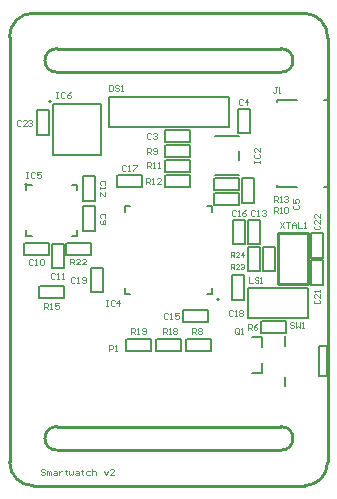
<source format=gto>
G04*
G04 #@! TF.GenerationSoftware,Altium Limited,Altium Designer,22.3.1 (43)*
G04*
G04 Layer_Color=65535*
%FSLAX25Y25*%
%MOIN*%
G70*
G04*
G04 #@! TF.SameCoordinates,8BB9F333-D91B-4341-8B3B-76DA7BD7A395*
G04*
G04*
G04 #@! TF.FilePolarity,Positive*
G04*
G01*
G75*
%ADD10C,0.00600*%
%ADD11C,0.01000*%
%ADD12C,0.00598*%
%ADD13C,0.00787*%
%ADD14C,0.00500*%
%ADD15C,0.00472*%
D10*
X13800Y128094D02*
G03*
X13800Y128094I-300J0D01*
G01*
X5829Y100322D02*
G03*
X5829Y100322I-300J0D01*
G01*
X69800Y62122D02*
G03*
X69800Y62122I-300J0D01*
G01*
X5529Y100322D02*
X7348D01*
X5529Y83222D02*
X7348D01*
X22629D02*
Y85041D01*
X20810Y100322D02*
X22629D01*
X5529Y98503D02*
Y100322D01*
Y83222D02*
Y85041D01*
X20810Y83222D02*
X22629D01*
Y98503D02*
Y100322D01*
X38350Y63972D02*
Y65885D01*
Y93272D02*
X40263D01*
X67650Y91359D02*
Y93272D01*
Y63972D02*
Y65885D01*
X38350Y63972D02*
X40263D01*
X38350Y91359D02*
Y93272D01*
X65737D02*
X67650D01*
X68450Y103400D02*
X76550D01*
Y108570D02*
Y111430D01*
X68450Y116600D02*
X76550D01*
D11*
X90551Y137795D02*
G03*
X90551Y145669I0J3937D01*
G01*
X15748D02*
G03*
X15748Y137795I0J-3937D01*
G01*
X90551Y11811D02*
G03*
X90551Y19685I0J3937D01*
G01*
X15748D02*
G03*
X15748Y11811I0J-3937D01*
G01*
X98425Y-0D02*
G03*
X106001Y7739I-82J7658D01*
G01*
Y149308D02*
G03*
X98425Y157480I-7874J298D01*
G01*
X7874D02*
G03*
X0Y149606I0J-7874D01*
G01*
Y7874D02*
G03*
X7874Y0I7874J0D01*
G01*
X89500Y67122D02*
X99500D01*
Y84122D01*
X89500D02*
X99500D01*
X89500Y67122D02*
Y84122D01*
X15748Y137795D02*
X90551D01*
X15748Y145669D02*
X90551D01*
X15748Y11811D02*
X90551D01*
X15748Y19685D02*
X90551D01*
X7874Y-0D02*
X98425D01*
X106001Y7739D02*
Y149308D01*
X7874Y157480D02*
X98425D01*
X0Y7874D02*
Y149606D01*
D12*
X105965Y36701D02*
Y46543D01*
X91988Y33354D02*
Y36110D01*
Y46543D02*
Y49890D01*
X103012Y36701D02*
X105965D01*
X103012D02*
Y46543D01*
X105965D01*
X51926Y118500D02*
X60000D01*
X51926Y114500D02*
Y118500D01*
X60074Y114500D02*
Y118500D01*
X51926Y114500D02*
X60000D01*
X83500Y71622D02*
Y79622D01*
X79500Y79696D02*
X83500D01*
X79500Y71622D02*
Y79622D01*
Y71548D02*
X83500D01*
X88500Y71622D02*
Y79622D01*
X84500Y79696D02*
X88500D01*
X84500Y71622D02*
Y79622D01*
Y71548D02*
X88500D01*
X19000Y81000D02*
X27000D01*
X18926Y77000D02*
Y81000D01*
X19000Y77000D02*
X27000D01*
X27074D02*
Y81000D01*
X39000Y49000D02*
X47000D01*
X38926Y45000D02*
Y49000D01*
X39000Y45000D02*
X47000D01*
X47074D02*
Y49000D01*
X49000D02*
X57000D01*
X48926Y45000D02*
Y49000D01*
X49000Y45000D02*
X57000D01*
X57074D02*
Y49000D01*
X10000Y62500D02*
X18000D01*
X18074D02*
Y66500D01*
X10000D02*
X18000D01*
X9926Y62500D02*
Y66500D01*
X68378Y98500D02*
X76378D01*
X76452D02*
Y102500D01*
X68378D02*
X76378D01*
X68304Y98500D02*
Y102500D01*
X52000Y99500D02*
X60000D01*
X60074D02*
Y103500D01*
X52000D02*
X60000D01*
X51926Y99500D02*
Y103500D01*
X52000Y104500D02*
X60000D01*
X60074D02*
Y108500D01*
X52000D02*
X60000D01*
X51926Y104500D02*
Y108500D01*
X68378Y93500D02*
X76378D01*
X76452D02*
Y97500D01*
X68378D02*
X76378D01*
X68304Y93500D02*
Y97500D01*
X52000Y113500D02*
X60000D01*
X51926Y109500D02*
Y113500D01*
X52000Y109500D02*
X60000D01*
X60074D02*
Y113500D01*
X59000Y45000D02*
X67000D01*
X67074D02*
Y49000D01*
X59000D02*
X67000D01*
X58926Y45000D02*
Y49000D01*
X84000Y51000D02*
X92000D01*
X92074D02*
Y55000D01*
X84000D02*
X92000D01*
X83926Y51000D02*
Y55000D01*
X65737Y63972D02*
X67650D01*
X13000Y117000D02*
Y125074D01*
X9000D02*
X13000D01*
X9000Y116926D02*
X13000D01*
X9000Y117000D02*
Y125074D01*
X104500Y76000D02*
Y84074D01*
X100500D02*
X104500D01*
X100500Y75926D02*
X104500D01*
X100500Y76000D02*
Y84074D01*
Y66926D02*
Y75000D01*
Y66926D02*
X104500D01*
X100500Y75074D02*
X104500D01*
Y66926D02*
Y75000D01*
X31000Y64500D02*
Y72574D01*
X27000D02*
X31000D01*
X27000Y64426D02*
X31000D01*
X27000Y64500D02*
Y72574D01*
X74000Y61926D02*
Y70000D01*
Y61926D02*
X78000D01*
X74000Y70074D02*
X78000D01*
Y61926D02*
Y70000D01*
X36000Y99500D02*
X44074D01*
Y103500D01*
X35926Y99500D02*
Y103500D01*
X36000D02*
X44074D01*
X74500Y80526D02*
Y88600D01*
Y80526D02*
X78500D01*
X74500Y88674D02*
X78500D01*
Y80526D02*
Y88600D01*
X57926Y58500D02*
X66000D01*
X57926Y54500D02*
Y58500D01*
X66074Y54500D02*
Y58500D01*
X57926Y54500D02*
X66000D01*
X79500Y80526D02*
Y88600D01*
Y80526D02*
X83500D01*
X79500Y88674D02*
X83500D01*
Y80526D02*
Y88600D01*
X24500Y94895D02*
Y102969D01*
Y94895D02*
X28500D01*
X24500Y103042D02*
X28500D01*
Y94895D02*
Y102969D01*
X14000Y72426D02*
Y80500D01*
Y72426D02*
X18000D01*
X14000Y80574D02*
X18000D01*
Y72426D02*
Y80500D01*
X5000Y77000D02*
X13074D01*
Y81000D01*
X4926Y77000D02*
Y81000D01*
X5000D02*
X13074D01*
X24500Y84958D02*
Y93032D01*
Y84958D02*
X28500D01*
X24500Y93105D02*
X28500D01*
Y84958D02*
Y93032D01*
X77500Y94226D02*
Y102300D01*
Y94226D02*
X81500D01*
X77500Y102374D02*
X81500D01*
Y94226D02*
Y102300D01*
X80000Y117500D02*
Y125574D01*
X76000D02*
X80000D01*
X76000Y117426D02*
X80000D01*
X76000Y117500D02*
Y125574D01*
D13*
X33000Y119622D02*
Y129622D01*
X73000D01*
X33000Y119622D02*
X73000D01*
Y129622D01*
X84256Y37595D02*
Y40744D01*
X80713Y37595D02*
X84256D01*
Y46256D02*
Y49406D01*
X80713D02*
X84256D01*
X79500Y56000D02*
X99500D01*
Y66000D01*
X79500D02*
X99500D01*
X79500Y56000D02*
Y66000D01*
X30500Y110094D02*
Y127094D01*
X14500D02*
X30500D01*
X14500Y110094D02*
X30500D01*
X14500D02*
Y127094D01*
D14*
X106009Y99374D02*
Y128508D01*
X104946D02*
X106009D01*
X104946Y99374D02*
X106009D01*
X89079Y127799D02*
Y128508D01*
Y99374D02*
Y100083D01*
Y128508D02*
X95989D01*
X89079Y99374D02*
X95989D01*
D15*
X11784Y5112D02*
X11456Y5440D01*
X10800D01*
X10472Y5112D01*
Y4784D01*
X10800Y4456D01*
X11456D01*
X11784Y4128D01*
Y3800D01*
X11456Y3472D01*
X10800D01*
X10472Y3800D01*
X12440Y3472D02*
Y4784D01*
X12768D01*
X13096Y4456D01*
Y3472D01*
Y4456D01*
X13424Y4784D01*
X13752Y4456D01*
Y3472D01*
X14736Y4784D02*
X15392D01*
X15720Y4456D01*
Y3472D01*
X14736D01*
X14408Y3800D01*
X14736Y4128D01*
X15720D01*
X16376Y4784D02*
Y3472D01*
Y4128D01*
X16704Y4456D01*
X17032Y4784D01*
X17360D01*
X18672Y5112D02*
Y4784D01*
X18344D01*
X19000D01*
X18672D01*
Y3800D01*
X19000Y3472D01*
X19984Y4784D02*
Y3800D01*
X20312Y3472D01*
X20640Y3800D01*
X20968Y3472D01*
X21296Y3800D01*
Y4784D01*
X22280D02*
X22936D01*
X23264Y4456D01*
Y3472D01*
X22280D01*
X21952Y3800D01*
X22280Y4128D01*
X23264D01*
X24248Y5112D02*
Y4784D01*
X23920D01*
X24575D01*
X24248D01*
Y3800D01*
X24575Y3472D01*
X26871Y4784D02*
X25887D01*
X25559Y4456D01*
Y3800D01*
X25887Y3472D01*
X26871D01*
X27527Y5440D02*
Y3472D01*
Y4456D01*
X27855Y4784D01*
X28511D01*
X28839Y4456D01*
Y3472D01*
X31463Y4784D02*
X32119Y3472D01*
X32775Y4784D01*
X34743Y3472D02*
X33431D01*
X34743Y4784D01*
Y5112D01*
X34415Y5440D01*
X33759D01*
X33431Y5112D01*
X81516Y107540D02*
Y108196D01*
Y107868D01*
X83484D01*
Y107540D01*
Y108196D01*
X81844Y110492D02*
X81516Y110164D01*
Y109508D01*
X81844Y109180D01*
X83156D01*
X83484Y109508D01*
Y110164D01*
X83156Y110492D01*
X83484Y112460D02*
Y111148D01*
X82172Y112460D01*
X81844D01*
X81516Y112132D01*
Y111476D01*
X81844Y111148D01*
X33204Y133484D02*
Y131516D01*
X34188D01*
X34516Y131844D01*
Y133156D01*
X34188Y133484D01*
X33204D01*
X36484Y133156D02*
X36156Y133484D01*
X35500D01*
X35172Y133156D01*
Y132828D01*
X35500Y132500D01*
X36156D01*
X36484Y132172D01*
Y131844D01*
X36156Y131516D01*
X35500D01*
X35172Y131844D01*
X37140Y131516D02*
X37796D01*
X37468D01*
Y133484D01*
X37140Y133156D01*
X21852Y69156D02*
X21524Y69484D01*
X20868D01*
X20540Y69156D01*
Y67844D01*
X20868Y67516D01*
X21524D01*
X21852Y67844D01*
X22508Y67516D02*
X23164D01*
X22836D01*
Y69484D01*
X22508Y69156D01*
X24148Y67844D02*
X24476Y67516D01*
X25132D01*
X25460Y67844D01*
Y69156D01*
X25132Y69484D01*
X24476D01*
X24148Y69156D01*
Y68828D01*
X24476Y68500D01*
X25460D01*
X81852Y91656D02*
X81524Y91984D01*
X80868D01*
X80540Y91656D01*
Y90344D01*
X80868Y90016D01*
X81524D01*
X81852Y90344D01*
X82508Y90016D02*
X83164D01*
X82836D01*
Y91984D01*
X82508Y91656D01*
X84148D02*
X84476Y91984D01*
X85132D01*
X85460Y91656D01*
Y91328D01*
X85132Y91000D01*
X84804D01*
X85132D01*
X85460Y90672D01*
Y90344D01*
X85132Y90016D01*
X84476D01*
X84148Y90344D01*
X76500Y50844D02*
Y52156D01*
X76172Y52484D01*
X75516D01*
X75188Y52156D01*
Y50844D01*
X75516Y50516D01*
X76172D01*
X75844Y51172D02*
X76500Y50516D01*
X76172D02*
X76500Y50844D01*
X77156Y50516D02*
X77812D01*
X77484D01*
Y52484D01*
X77156Y52156D01*
X90236Y87984D02*
X91548Y86016D01*
Y87984D02*
X90236Y86016D01*
X92204Y87984D02*
X93516D01*
X92860D01*
Y86016D01*
X94172D02*
Y87328D01*
X94828Y87984D01*
X95484Y87328D01*
Y86016D01*
Y87000D01*
X94172D01*
X96140Y87984D02*
Y86016D01*
X97452D01*
X98108D02*
X98764D01*
X98436D01*
Y87984D01*
X98108Y87656D01*
X94935Y54075D02*
X94607Y54403D01*
X93951D01*
X93623Y54075D01*
Y53747D01*
X93951Y53419D01*
X94607D01*
X94935Y53091D01*
Y52763D01*
X94607Y52435D01*
X93951D01*
X93623Y52763D01*
X95591Y54403D02*
Y52435D01*
X96247Y53091D01*
X96903Y52435D01*
Y54403D01*
X97558Y52435D02*
X98215D01*
X97887D01*
Y54403D01*
X97558Y54075D01*
X45540Y100516D02*
Y102484D01*
X46524D01*
X46852Y102156D01*
Y101500D01*
X46524Y101172D01*
X45540D01*
X46196D02*
X46852Y100516D01*
X47508D02*
X48164D01*
X47836D01*
Y102484D01*
X47508Y102156D01*
X50460Y100516D02*
X49148D01*
X50460Y101828D01*
Y102156D01*
X50132Y102484D01*
X49476D01*
X49148Y102156D01*
X60860Y50516D02*
Y52484D01*
X61844D01*
X62172Y52156D01*
Y51500D01*
X61844Y51172D01*
X60860D01*
X61516D02*
X62172Y50516D01*
X62828Y52156D02*
X63156Y52484D01*
X63812D01*
X64140Y52156D01*
Y51828D01*
X63812Y51500D01*
X64140Y51172D01*
Y50844D01*
X63812Y50516D01*
X63156D01*
X62828Y50844D01*
Y51172D01*
X63156Y51500D01*
X62828Y51828D01*
Y52156D01*
X63156Y51500D02*
X63812D01*
X88040Y94516D02*
Y96484D01*
X89024D01*
X89352Y96156D01*
Y95500D01*
X89024Y95172D01*
X88040D01*
X88696D02*
X89352Y94516D01*
X90008D02*
X90664D01*
X90336D01*
Y96484D01*
X90008Y96156D01*
X91648D02*
X91976Y96484D01*
X92632D01*
X92960Y96156D01*
Y95828D01*
X92632Y95500D01*
X92304D01*
X92632D01*
X92960Y95172D01*
Y94844D01*
X92632Y94516D01*
X91976D01*
X91648Y94844D01*
X88040Y91016D02*
Y92984D01*
X89024D01*
X89352Y92656D01*
Y92000D01*
X89024Y91672D01*
X88040D01*
X88696D02*
X89352Y91016D01*
X90008D02*
X90664D01*
X90336D01*
Y92984D01*
X90008Y92656D01*
X91648D02*
X91976Y92984D01*
X92632D01*
X92960Y92656D01*
Y91344D01*
X92632Y91016D01*
X91976D01*
X91648Y91344D01*
Y92656D01*
X73901Y76213D02*
Y77787D01*
X74688D01*
X74950Y77525D01*
Y77000D01*
X74688Y76738D01*
X73901D01*
X74426D02*
X74950Y76213D01*
X76525D02*
X75475D01*
X76525Y77262D01*
Y77525D01*
X76262Y77787D01*
X75738D01*
X75475Y77525D01*
X77837Y76213D02*
Y77787D01*
X77049Y77000D01*
X78099D01*
X73901Y72213D02*
Y73787D01*
X74688D01*
X74950Y73525D01*
Y73000D01*
X74688Y72738D01*
X73901D01*
X74426D02*
X74950Y72213D01*
X76525D02*
X75475D01*
X76525Y73262D01*
Y73525D01*
X76262Y73787D01*
X75738D01*
X75475Y73525D01*
X77049D02*
X77312Y73787D01*
X77837D01*
X78099Y73525D01*
Y73262D01*
X77837Y73000D01*
X77574D01*
X77837D01*
X78099Y72738D01*
Y72475D01*
X77837Y72213D01*
X77312D01*
X77049Y72475D01*
X20175Y73717D02*
Y75685D01*
X21159D01*
X21487Y75357D01*
Y74701D01*
X21159Y74373D01*
X20175D01*
X20831D02*
X21487Y73717D01*
X23455D02*
X22143D01*
X23455Y75029D01*
Y75357D01*
X23127Y75685D01*
X22471D01*
X22143Y75357D01*
X25423Y73717D02*
X24111D01*
X25423Y75029D01*
Y75357D01*
X25095Y75685D01*
X24439D01*
X24111Y75357D01*
X79360Y52016D02*
Y53984D01*
X80344D01*
X80672Y53656D01*
Y53000D01*
X80344Y52672D01*
X79360D01*
X80016D02*
X80672Y52016D01*
X82640Y53984D02*
X81984Y53656D01*
X81328Y53000D01*
Y52344D01*
X81656Y52016D01*
X82312D01*
X82640Y52344D01*
Y52672D01*
X82312Y53000D01*
X81328D01*
X40540Y50516D02*
Y52484D01*
X41524D01*
X41852Y52156D01*
Y51500D01*
X41524Y51172D01*
X40540D01*
X41196D02*
X41852Y50516D01*
X42508D02*
X43164D01*
X42836D01*
Y52484D01*
X42508Y52156D01*
X44148Y50844D02*
X44476Y50516D01*
X45132D01*
X45460Y50844D01*
Y52156D01*
X45132Y52484D01*
X44476D01*
X44148Y52156D01*
Y51828D01*
X44476Y51500D01*
X45460D01*
X51040Y50516D02*
Y52484D01*
X52024D01*
X52352Y52156D01*
Y51500D01*
X52024Y51172D01*
X51040D01*
X51696D02*
X52352Y50516D01*
X53008D02*
X53664D01*
X53336D01*
Y52484D01*
X53008Y52156D01*
X54648D02*
X54976Y52484D01*
X55632D01*
X55960Y52156D01*
Y51828D01*
X55632Y51500D01*
X55960Y51172D01*
Y50844D01*
X55632Y50516D01*
X54976D01*
X54648Y50844D01*
Y51172D01*
X54976Y51500D01*
X54648Y51828D01*
Y52156D01*
X54976Y51500D02*
X55632D01*
X11540Y59016D02*
Y60984D01*
X12524D01*
X12852Y60656D01*
Y60000D01*
X12524Y59672D01*
X11540D01*
X12196D02*
X12852Y59016D01*
X13508D02*
X14164D01*
X13836D01*
Y60984D01*
X13508Y60656D01*
X16460Y60984D02*
X15148D01*
Y60000D01*
X15804Y60328D01*
X16132D01*
X16460Y60000D01*
Y59344D01*
X16132Y59016D01*
X15476D01*
X15148Y59344D01*
X45947Y105847D02*
Y107815D01*
X46931D01*
X47259Y107487D01*
Y106831D01*
X46931Y106503D01*
X45947D01*
X46603D02*
X47259Y105847D01*
X47915D02*
X48571D01*
X48243D01*
Y107815D01*
X47915Y107487D01*
X49555Y105847D02*
X50211D01*
X49883D01*
Y107815D01*
X49555Y107487D01*
X45860Y110516D02*
Y112484D01*
X46844D01*
X47172Y112156D01*
Y111500D01*
X46844Y111172D01*
X45860D01*
X46516D02*
X47172Y110516D01*
X47828Y110844D02*
X48156Y110516D01*
X48812D01*
X49140Y110844D01*
Y112156D01*
X48812Y112484D01*
X48156D01*
X47828Y112156D01*
Y111828D01*
X48156Y111500D01*
X49140D01*
X33188Y45016D02*
Y46984D01*
X34172D01*
X34500Y46656D01*
Y46000D01*
X34172Y45672D01*
X33188D01*
X35156Y45016D02*
X35812D01*
X35484D01*
Y46984D01*
X35156Y46656D01*
X79704Y69484D02*
Y67516D01*
X81016D01*
X82984Y69156D02*
X82656Y69484D01*
X82000D01*
X81672Y69156D01*
Y68828D01*
X82000Y68500D01*
X82656D01*
X82984Y68172D01*
Y67844D01*
X82656Y67516D01*
X82000D01*
X81672Y67844D01*
X83640Y67516D02*
X84296D01*
X83968D01*
Y69484D01*
X83640Y69156D01*
X89000Y132984D02*
X88344D01*
X88672D01*
Y131344D01*
X88344Y131016D01*
X88016D01*
X87688Y131344D01*
X89656Y131016D02*
X90312D01*
X89984D01*
Y132984D01*
X89656Y132656D01*
X15540Y131078D02*
X16196D01*
X15868D01*
Y129111D01*
X15540D01*
X16196D01*
X18492Y130751D02*
X18164Y131078D01*
X17508D01*
X17180Y130751D01*
Y129438D01*
X17508Y129111D01*
X18164D01*
X18492Y129438D01*
X20460Y131078D02*
X19804Y130751D01*
X19148Y130095D01*
Y129438D01*
X19476Y129111D01*
X20132D01*
X20460Y129438D01*
Y129766D01*
X20132Y130095D01*
X19148D01*
X5540Y104484D02*
X6196D01*
X5868D01*
Y102516D01*
X5540D01*
X6196D01*
X8492Y104156D02*
X8164Y104484D01*
X7508D01*
X7180Y104156D01*
Y102844D01*
X7508Y102516D01*
X8164D01*
X8492Y102844D01*
X10460Y104484D02*
X9148D01*
Y103500D01*
X9804Y103828D01*
X10132D01*
X10460Y103500D01*
Y102844D01*
X10132Y102516D01*
X9476D01*
X9148Y102844D01*
X32040Y61984D02*
X32696D01*
X32368D01*
Y60016D01*
X32040D01*
X32696D01*
X34992Y61656D02*
X34664Y61984D01*
X34008D01*
X33680Y61656D01*
Y60344D01*
X34008Y60016D01*
X34664D01*
X34992Y60344D01*
X36632Y60016D02*
Y61984D01*
X35648Y61000D01*
X36960D01*
X94844Y93672D02*
X94516Y93344D01*
Y92688D01*
X94844Y92360D01*
X96156D01*
X96484Y92688D01*
Y93344D01*
X96156Y93672D01*
X94516Y95640D02*
Y94328D01*
X95500D01*
X95172Y94984D01*
Y95312D01*
X95500Y95640D01*
X96156D01*
X96484Y95312D01*
Y94656D01*
X96156Y94328D01*
X101844Y86688D02*
X101516Y86360D01*
Y85704D01*
X101844Y85376D01*
X103156D01*
X103484Y85704D01*
Y86360D01*
X103156Y86688D01*
X103484Y88656D02*
Y87344D01*
X102172Y88656D01*
X101844D01*
X101516Y88328D01*
Y87672D01*
X101844Y87344D01*
X103484Y90624D02*
Y89312D01*
X102172Y90624D01*
X101844D01*
X101516Y90296D01*
Y89640D01*
X101844Y89312D01*
Y62016D02*
X101516Y61688D01*
Y61032D01*
X101844Y60704D01*
X103156D01*
X103484Y61032D01*
Y61688D01*
X103156Y62016D01*
X103484Y63984D02*
Y62672D01*
X102172Y63984D01*
X101844D01*
X101516Y63656D01*
Y63000D01*
X101844Y62672D01*
X103484Y64640D02*
Y65296D01*
Y64968D01*
X101516D01*
X101844Y64640D01*
X31656Y89328D02*
X31984Y89656D01*
Y90312D01*
X31656Y90640D01*
X30344D01*
X30016Y90312D01*
Y89656D01*
X30344Y89328D01*
Y88672D02*
X30016Y88344D01*
Y87688D01*
X30344Y87360D01*
X31656D01*
X31984Y87688D01*
Y88344D01*
X31656Y88672D01*
X31328D01*
X31000Y88344D01*
Y87360D01*
X3688Y121656D02*
X3360Y121984D01*
X2704D01*
X2376Y121656D01*
Y120344D01*
X2704Y120016D01*
X3360D01*
X3688Y120344D01*
X5656Y120016D02*
X4344D01*
X5656Y121328D01*
Y121656D01*
X5328Y121984D01*
X4672D01*
X4344Y121656D01*
X6312D02*
X6640Y121984D01*
X7296D01*
X7624Y121656D01*
Y121328D01*
X7296Y121000D01*
X6968D01*
X7296D01*
X7624Y120672D01*
Y120344D01*
X7296Y120016D01*
X6640D01*
X6312Y120344D01*
X74352Y58156D02*
X74024Y58484D01*
X73368D01*
X73040Y58156D01*
Y56844D01*
X73368Y56516D01*
X74024D01*
X74352Y56844D01*
X75008Y56516D02*
X75664D01*
X75336D01*
Y58484D01*
X75008Y58156D01*
X76648D02*
X76976Y58484D01*
X77632D01*
X77960Y58156D01*
Y57828D01*
X77632Y57500D01*
X77960Y57172D01*
Y56844D01*
X77632Y56516D01*
X76976D01*
X76648Y56844D01*
Y57172D01*
X76976Y57500D01*
X76648Y57828D01*
Y58156D01*
X76976Y57500D02*
X77632D01*
X38852Y106656D02*
X38524Y106984D01*
X37868D01*
X37540Y106656D01*
Y105344D01*
X37868Y105016D01*
X38524D01*
X38852Y105344D01*
X39508Y105016D02*
X40164D01*
X39836D01*
Y106984D01*
X39508Y106656D01*
X41148Y106984D02*
X42460D01*
Y106656D01*
X41148Y105344D01*
Y105016D01*
X75352Y91656D02*
X75024Y91984D01*
X74368D01*
X74040Y91656D01*
Y90344D01*
X74368Y90016D01*
X75024D01*
X75352Y90344D01*
X76008Y90016D02*
X76664D01*
X76336D01*
Y91984D01*
X76008Y91656D01*
X78960Y91984D02*
X78304Y91656D01*
X77648Y91000D01*
Y90344D01*
X77976Y90016D01*
X78632D01*
X78960Y90344D01*
Y90672D01*
X78632Y91000D01*
X77648D01*
X52836Y57172D02*
X52508Y57500D01*
X51852D01*
X51524Y57172D01*
Y55860D01*
X51852Y55532D01*
X52508D01*
X52836Y55860D01*
X53492Y55532D02*
X54148D01*
X53820D01*
Y57500D01*
X53492Y57172D01*
X56444Y57500D02*
X55132D01*
Y56516D01*
X55788Y56844D01*
X56116D01*
X56444Y56516D01*
Y55860D01*
X56116Y55532D01*
X55460D01*
X55132Y55860D01*
X31656Y100148D02*
X31984Y100476D01*
Y101132D01*
X31656Y101460D01*
X30344D01*
X30016Y101132D01*
Y100476D01*
X30344Y100148D01*
X30016Y99492D02*
Y98836D01*
Y99164D01*
X31984D01*
X31656Y99492D01*
X30016Y96540D02*
Y97852D01*
X31328Y96540D01*
X31656D01*
X31984Y96868D01*
Y97524D01*
X31656Y97852D01*
X15180Y70656D02*
X14852Y70984D01*
X14196D01*
X13868Y70656D01*
Y69344D01*
X14196Y69016D01*
X14852D01*
X15180Y69344D01*
X15836Y69016D02*
X16492D01*
X16164D01*
Y70984D01*
X15836Y70656D01*
X17476Y69016D02*
X18132D01*
X17804D01*
Y70984D01*
X17476Y70656D01*
X7852Y75156D02*
X7524Y75484D01*
X6868D01*
X6540Y75156D01*
Y73844D01*
X6868Y73516D01*
X7524D01*
X7852Y73844D01*
X8508Y73516D02*
X9164D01*
X8836D01*
Y75484D01*
X8508Y75156D01*
X10148D02*
X10476Y75484D01*
X11132D01*
X11460Y75156D01*
Y73844D01*
X11132Y73516D01*
X10476D01*
X10148Y73844D01*
Y75156D01*
X77672Y128656D02*
X77344Y128984D01*
X76688D01*
X76360Y128656D01*
Y127344D01*
X76688Y127016D01*
X77344D01*
X77672Y127344D01*
X79312Y127016D02*
Y128984D01*
X78328Y128000D01*
X79640D01*
X47172Y117156D02*
X46844Y117484D01*
X46188D01*
X45860Y117156D01*
Y115844D01*
X46188Y115516D01*
X46844D01*
X47172Y115844D01*
X47828Y117156D02*
X48156Y117484D01*
X48812D01*
X49140Y117156D01*
Y116828D01*
X48812Y116500D01*
X48484D01*
X48812D01*
X49140Y116172D01*
Y115844D01*
X48812Y115516D01*
X48156D01*
X47828Y115844D01*
M02*

</source>
